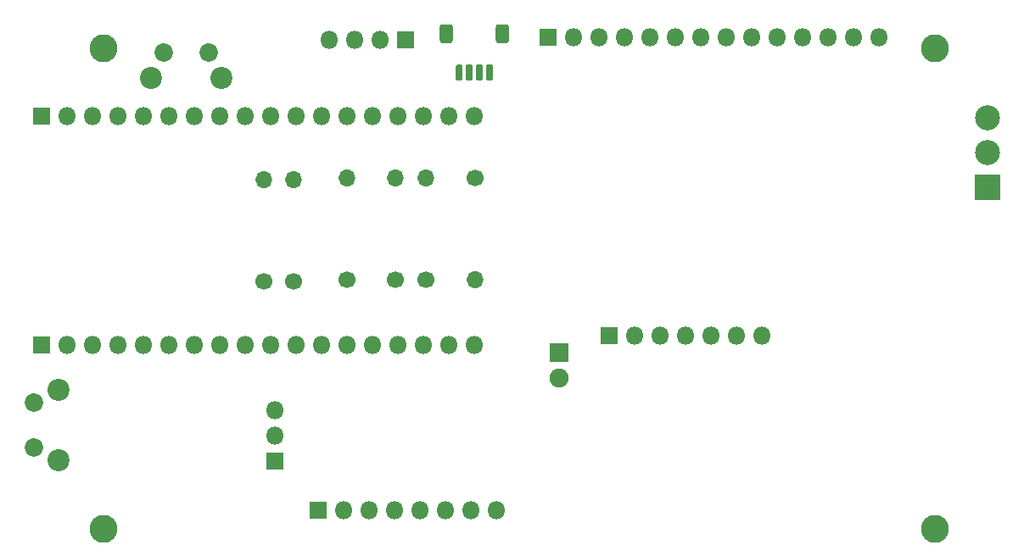
<source format=gbr>
%TF.GenerationSoftware,KiCad,Pcbnew,5.1.6-c6e7f7d~87~ubuntu18.04.1*%
%TF.CreationDate,2021-01-08T11:56:29-05:00*%
%TF.ProjectId,remote,72656d6f-7465-42e6-9b69-6361645f7063,rev?*%
%TF.SameCoordinates,Original*%
%TF.FileFunction,Soldermask,Top*%
%TF.FilePolarity,Negative*%
%FSLAX46Y46*%
G04 Gerber Fmt 4.6, Leading zero omitted, Abs format (unit mm)*
G04 Created by KiCad (PCBNEW 5.1.6-c6e7f7d~87~ubuntu18.04.1) date 2021-01-08 11:56:29*
%MOMM*%
%LPD*%
G01*
G04 APERTURE LIST*
%ADD10C,2.500000*%
%ADD11R,2.500000X2.500000*%
%ADD12O,1.700000X1.700000*%
%ADD13C,1.700000*%
%ADD14R,1.800000X1.800000*%
%ADD15O,1.800000X1.800000*%
%ADD16C,2.200000*%
%ADD17C,1.850000*%
%ADD18C,1.900000*%
%ADD19R,1.900000X1.900000*%
%ADD20C,2.800000*%
G04 APERTURE END LIST*
D10*
%TO.C,J6*%
X188200000Y-70600000D03*
X188200000Y-74100000D03*
D11*
X188200000Y-77600000D03*
%TD*%
D12*
%TO.C,R1*%
X137100000Y-86760000D03*
D13*
X137100000Y-76600000D03*
%TD*%
D14*
%TO.C,J8*%
X130100000Y-62800000D03*
D15*
X127560000Y-62800000D03*
X125020000Y-62800000D03*
X122480000Y-62800000D03*
%TD*%
D14*
%TO.C,J3*%
X144400000Y-62600000D03*
D15*
X146940000Y-62600000D03*
X149480000Y-62600000D03*
X152020000Y-62600000D03*
X154560000Y-62600000D03*
X157100000Y-62600000D03*
X159640000Y-62600000D03*
X162180000Y-62600000D03*
X164720000Y-62600000D03*
X167260000Y-62600000D03*
X169800000Y-62600000D03*
X172340000Y-62600000D03*
X174880000Y-62600000D03*
X177420000Y-62600000D03*
%TD*%
D14*
%TO.C,J2*%
X93828000Y-70452000D03*
D15*
X96368000Y-70452000D03*
X98908000Y-70452000D03*
X101448000Y-70452000D03*
X103988000Y-70452000D03*
X106528000Y-70452000D03*
X109068000Y-70452000D03*
X111608000Y-70452000D03*
X114148000Y-70452000D03*
X116688000Y-70452000D03*
X119228000Y-70452000D03*
X121768000Y-70452000D03*
X124308000Y-70452000D03*
X126848000Y-70452000D03*
X129388000Y-70452000D03*
X131928000Y-70452000D03*
X134468000Y-70452000D03*
X137008000Y-70452000D03*
%TD*%
D16*
%TO.C,SW0*%
X95515000Y-97815000D03*
D17*
X93025000Y-99075000D03*
X93025000Y-103575000D03*
D16*
X95515000Y-104825000D03*
%TD*%
%TO.C,SW1*%
X104775000Y-66615000D03*
D17*
X106025000Y-64125000D03*
X110525000Y-64125000D03*
D16*
X111785000Y-66615000D03*
%TD*%
%TO.C,J5*%
G36*
G01*
X138850000Y-65450000D02*
X138850000Y-66750000D01*
G75*
G02*
X138675000Y-66925000I-175000J0D01*
G01*
X138325000Y-66925000D01*
G75*
G02*
X138150000Y-66750000I0J175000D01*
G01*
X138150000Y-65450000D01*
G75*
G02*
X138325000Y-65275000I175000J0D01*
G01*
X138675000Y-65275000D01*
G75*
G02*
X138850000Y-65450000I0J-175000D01*
G01*
G37*
G36*
G01*
X137850000Y-65450000D02*
X137850000Y-66750000D01*
G75*
G02*
X137675000Y-66925000I-175000J0D01*
G01*
X137325000Y-66925000D01*
G75*
G02*
X137150000Y-66750000I0J175000D01*
G01*
X137150000Y-65450000D01*
G75*
G02*
X137325000Y-65275000I175000J0D01*
G01*
X137675000Y-65275000D01*
G75*
G02*
X137850000Y-65450000I0J-175000D01*
G01*
G37*
G36*
G01*
X136850000Y-65450000D02*
X136850000Y-66750000D01*
G75*
G02*
X136675000Y-66925000I-175000J0D01*
G01*
X136325000Y-66925000D01*
G75*
G02*
X136150000Y-66750000I0J175000D01*
G01*
X136150000Y-65450000D01*
G75*
G02*
X136325000Y-65275000I175000J0D01*
G01*
X136675000Y-65275000D01*
G75*
G02*
X136850000Y-65450000I0J-175000D01*
G01*
G37*
G36*
G01*
X135850000Y-65450000D02*
X135850000Y-66750000D01*
G75*
G02*
X135675000Y-66925000I-175000J0D01*
G01*
X135325000Y-66925000D01*
G75*
G02*
X135150000Y-66750000I0J175000D01*
G01*
X135150000Y-65450000D01*
G75*
G02*
X135325000Y-65275000I175000J0D01*
G01*
X135675000Y-65275000D01*
G75*
G02*
X135850000Y-65450000I0J-175000D01*
G01*
G37*
G36*
G01*
X140450000Y-61545832D02*
X140450000Y-62904168D01*
G75*
G02*
X140179168Y-63175000I-270832J0D01*
G01*
X139420832Y-63175000D01*
G75*
G02*
X139150000Y-62904168I0J270832D01*
G01*
X139150000Y-61545832D01*
G75*
G02*
X139420832Y-61275000I270832J0D01*
G01*
X140179168Y-61275000D01*
G75*
G02*
X140450000Y-61545832I0J-270832D01*
G01*
G37*
G36*
G01*
X134850000Y-61545832D02*
X134850000Y-62904168D01*
G75*
G02*
X134579168Y-63175000I-270832J0D01*
G01*
X133820832Y-63175000D01*
G75*
G02*
X133550000Y-62904168I0J270832D01*
G01*
X133550000Y-61545832D01*
G75*
G02*
X133820832Y-61275000I270832J0D01*
G01*
X134579168Y-61275000D01*
G75*
G02*
X134850000Y-61545832I0J-270832D01*
G01*
G37*
%TD*%
D12*
%TO.C,R4*%
X124300000Y-76640000D03*
D13*
X124300000Y-86800000D03*
%TD*%
D18*
%TO.C,D1*%
X145500000Y-96640000D03*
D19*
X145500000Y-94100000D03*
%TD*%
D20*
%TO.C,H1*%
X99956000Y-111676000D03*
%TD*%
D15*
%TO.C,J4*%
X117102000Y-99870000D03*
X117102000Y-102410000D03*
D14*
X117102000Y-104950000D03*
%TD*%
%TO.C,J1*%
X93828000Y-93312000D03*
D15*
X96368000Y-93312000D03*
X98908000Y-93312000D03*
X101448000Y-93312000D03*
X103988000Y-93312000D03*
X106528000Y-93312000D03*
X109068000Y-93312000D03*
X111608000Y-93312000D03*
X114148000Y-93312000D03*
X116688000Y-93312000D03*
X119228000Y-93312000D03*
X121768000Y-93312000D03*
X124308000Y-93312000D03*
X126848000Y-93312000D03*
X129388000Y-93312000D03*
X131928000Y-93312000D03*
X134468000Y-93312000D03*
X137008000Y-93312000D03*
%TD*%
D13*
%TO.C,R5*%
X118956000Y-86944000D03*
D12*
X118956000Y-76784000D03*
%TD*%
D13*
%TO.C,R6*%
X116000000Y-86944000D03*
D12*
X116000000Y-76784000D03*
%TD*%
D15*
%TO.C,J11*%
X139186000Y-109788000D03*
X136646000Y-109788000D03*
X134106000Y-109788000D03*
X131566000Y-109788000D03*
X129026000Y-109788000D03*
X126486000Y-109788000D03*
X123946000Y-109788000D03*
D14*
X121406000Y-109788000D03*
%TD*%
D15*
%TO.C,J9*%
X165728000Y-92396000D03*
X163188000Y-92396000D03*
X160648000Y-92396000D03*
X158108000Y-92396000D03*
X155568000Y-92396000D03*
X153028000Y-92396000D03*
D14*
X150488000Y-92396000D03*
%TD*%
D20*
%TO.C,H4*%
X182956000Y-111676000D03*
%TD*%
%TO.C,H3*%
X99956000Y-63676000D03*
%TD*%
%TO.C,H2*%
X182956000Y-63676000D03*
%TD*%
D12*
%TO.C,R3*%
X129100000Y-76640000D03*
D13*
X129100000Y-86800000D03*
%TD*%
D12*
%TO.C,R2*%
X132200000Y-76640000D03*
D13*
X132200000Y-86800000D03*
%TD*%
M02*

</source>
